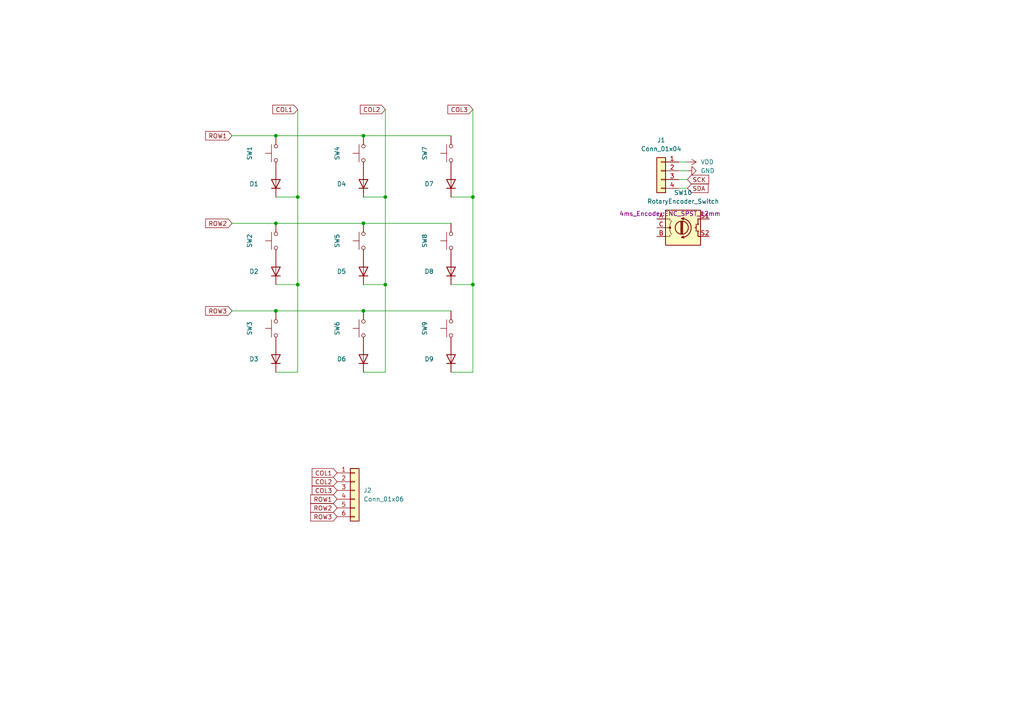
<source format=kicad_sch>
(kicad_sch (version 20211123) (generator eeschema)
  (paper "A4")
  (lib_symbols
    (symbol "Connector_Generic:Conn_01x04" (pin_names (offset 1.016) hide)
      (property "Reference" "J" (at 0 5.08 0))
      (property "Value" "Conn_01x04" (at 0 -7.62 0))
      (symbol "Conn_01x04_1_1"
        (rectangle (start -1.27 -4.953) (end 0 -5.207) (stroke (width 0.1524)))
        (rectangle (start -1.27 -2.413) (end 0 -2.667) (stroke (width 0.1524)))
        (rectangle (start -1.27 0.127) (end 0 -0.127) (stroke (width 0.1524)))
        (rectangle (start -1.27 2.667) (end 0 2.413) (stroke (width 0.1524)))
        (rectangle (start -1.27 3.81) (end 1.27 -6.35) (stroke (width 0.254)) (fill (type background)))
        (pin passive line (at -5.08 2.54 0) (length 3.81) (name "Pin_1") (number "1"))
        (pin passive line (at -5.08 0 0) (length 3.81) (name "Pin_2") (number "2"))
        (pin passive line (at -5.08 -2.54 0) (length 3.81) (name "Pin_3") (number "3"))
        (pin passive line (at -5.08 -5.08 0) (length 3.81) (name "Pin_4") (number "4"))
      )
    )
    (symbol "Connector_Generic:Conn_01x06" (pin_names (offset 1.016) hide)
      (property "Reference" "J" (at 0 7.62 0))
      (property "Value" "Conn_01x06" (at 0 -10.16 0))
      (symbol "Conn_01x06_1_1"
        (rectangle (start -1.27 -7.493) (end 0 -7.747) (stroke (width 0.1524)))
        (rectangle (start -1.27 -4.953) (end 0 -5.207) (stroke (width 0.1524)))
        (rectangle (start -1.27 -2.413) (end 0 -2.667) (stroke (width 0.1524)))
        (rectangle (start -1.27 0.127) (end 0 -0.127) (stroke (width 0.1524)))
        (rectangle (start -1.27 2.667) (end 0 2.413) (stroke (width 0.1524)))
        (rectangle (start -1.27 5.207) (end 0 4.953) (stroke (width 0.1524)))
        (rectangle (start -1.27 6.35) (end 1.27 -8.89) (stroke (width 0.254)) (fill (type background)))
        (pin passive line (at -5.08 5.08 0) (length 3.81) (name "Pin_1") (number "1"))
        (pin passive line (at -5.08 2.54 0) (length 3.81) (name "Pin_2") (number "2"))
        (pin passive line (at -5.08 0 0) (length 3.81) (name "Pin_3") (number "3"))
        (pin passive line (at -5.08 -2.54 0) (length 3.81) (name "Pin_4") (number "4"))
        (pin passive line (at -5.08 -5.08 0) (length 3.81) (name "Pin_5") (number "5"))
        (pin passive line (at -5.08 -7.62 0) (length 3.81) (name "Pin_6") (number "6"))
      )
    )
    (symbol "Device:D" (pin_numbers hide) (pin_names (offset 1.016) hide)
      (property "Reference" "D" (at 0 2.54 0))
      (property "Value" "D" (at 0 -2.54 0))
      (symbol "D_0_1"
        (polyline (pts (xy -1.27 1.27) (xy -1.27 -1.27)) (stroke (width 0.254)))
        (polyline (pts (xy 1.27 0) (xy -1.27 0)))
        (polyline (pts (xy 1.27 1.27) (xy 1.27 -1.27) (xy -1.27 0) (xy 1.27 1.27)) (stroke (width 0.254)))
      )
      (symbol "D_1_1"
        (pin passive line (at -3.81 0 0) (length 2.54) (name "K") (number "1"))
        (pin passive line (at 3.81 0 180) (length 2.54) (name "A") (number "2"))
      )
    )
    (symbol "Device:RotaryEncoder_Switch" (pin_names (offset 0.254) hide)
      (property "Reference" "SW" (at 0 6.604 0))
      (property "Value" "RotaryEncoder_Switch" (at 0 -6.604 0))
      (symbol "RotaryEncoder_Switch_0_1"
        (rectangle (start -5.08 5.08) (end 5.08 -5.08) (stroke (width 0.254)) (fill (type background)))
        (circle (center -3.81 0) (radius 0.254) (fill (type outline)))
        (arc (start -0.381 -2.794) (mid 2.3622 -0.0508) (end -0.381 2.667) (stroke (width 0.254)))
        (circle (center -0.381 0) (radius 1.905) (stroke (width 0.254)))
        (polyline (pts (xy -0.635 -1.778) (xy -0.635 1.778)) (stroke (width 0.254)))
        (polyline (pts (xy -0.381 -1.778) (xy -0.381 1.778)) (stroke (width 0.254)))
        (polyline (pts (xy -0.127 1.778) (xy -0.127 -1.778)) (stroke (width 0.254)))
        (polyline (pts (xy 3.81 0) (xy 3.429 0)) (stroke (width 0.254)))
        (polyline (pts (xy 3.81 1.016) (xy 3.81 -1.016)) (stroke (width 0.254)))
        (polyline (pts (xy -5.08 -2.54) (xy -3.81 -2.54) (xy -3.81 -2.032)))
        (polyline (pts (xy -5.08 2.54) (xy -3.81 2.54) (xy -3.81 2.032)))
        (polyline (pts (xy 0.254 -3.048) (xy -0.508 -2.794) (xy 0.127 -2.413)) (stroke (width 0.254)))
        (polyline (pts (xy 0.254 2.921) (xy -0.508 2.667) (xy 0.127 2.286)) (stroke (width 0.254)))
        (polyline (pts (xy 5.08 -2.54) (xy 4.318 -2.54) (xy 4.318 -1.016)) (stroke (width 0.254)))
        (polyline (pts (xy 5.08 2.54) (xy 4.318 2.54) (xy 4.318 1.016)) (stroke (width 0.254)))
        (polyline (pts (xy -5.08 0) (xy -3.81 0) (xy -3.81 -1.016) (xy -3.302 -2.032)))
        (polyline (pts (xy -4.318 0) (xy -3.81 0) (xy -3.81 1.016) (xy -3.302 2.032)))
        (circle (center 4.318 -1.016) (radius 0.127) (stroke (width 0.254)))
        (circle (center 4.318 1.016) (radius 0.127) (stroke (width 0.254)))
      )
      (symbol "RotaryEncoder_Switch_1_1"
        (pin passive line (at -7.62 2.54 0) (length 2.54) (name "A") (number "A"))
        (pin passive line (at -7.62 -2.54 0) (length 2.54) (name "B") (number "B"))
        (pin passive line (at -7.62 0 0) (length 2.54) (name "C") (number "C"))
        (pin passive line (at 7.62 2.54 180) (length 2.54) (name "S1") (number "S1"))
        (pin passive line (at 7.62 -2.54 180) (length 2.54) (name "S2") (number "S2"))
      )
    )
    (symbol "Switch:SW_Push" (pin_numbers hide) (pin_names (offset 1.016) hide)
      (property "Reference" "SW" (at 1.27 2.54 0))
      (property "Value" "SW_Push" (at 0 -1.524 0))
      (symbol "SW_Push_0_1"
        (circle (center -2.032 0) (radius 0.508))
        (polyline (pts (xy 0 1.27) (xy 0 3.048)))
        (polyline (pts (xy 2.54 1.27) (xy -2.54 1.27)))
        (circle (center 2.032 0) (radius 0.508))
        (pin passive line (at -5.08 0 0) (length 2.54) (name "1") (number "1"))
        (pin passive line (at 5.08 0 180) (length 2.54) (name "2") (number "2"))
      )
    )
    (symbol "power:GND" (power) (pin_names (offset 0))
      (property "Value" "GND" (at 0 -3.81 0))
      (symbol "GND_0_1"
        (polyline (pts (xy 0 0) (xy 0 -1.27) (xy 1.27 -1.27) (xy 0 -2.54) (xy -1.27 -1.27) (xy 0 -1.27)))
      )
      (symbol "GND_1_1"
        (pin power_in line (at 0 0 270) (length 0) hide (name "GND") (number "1"))
      )
    )
    (symbol "power:VDD" (power) (pin_names (offset 0))
      (property "Value" "VDD" (at 0 3.81 0))
      (symbol "VDD_0_1"
        (polyline (pts (xy -0.762 1.27) (xy 0 2.54)))
        (polyline (pts (xy 0 0) (xy 0 2.54)))
        (polyline (pts (xy 0 2.54) (xy 0.762 1.27)))
      )
      (symbol "VDD_1_1"
        (pin power_in line (at 0 0 90) (length 0) hide (name "VDD") (number "1"))
      )
    )
  )
  (junction (at 137.16 82.55))
  (junction (at 86.36 57.15))
  (junction (at 111.76 57.15))
  (junction (at 80.01 64.77))
  (junction (at 80.01 39.37))
  (junction (at 137.16 57.15))
  (junction (at 111.76 82.55))
  (junction (at 80.01 90.17))
  (junction (at 105.41 64.77))
  (junction (at 86.36 82.55))
  (junction (at 105.41 39.37))
  (junction (at 105.41 90.17))
  (wire (pts (xy 105.41 64.77) (xy 130.81 64.77)))
  (wire (pts (xy 105.41 39.37) (xy 130.81 39.37)))
  (wire (pts (xy 111.76 82.55) (xy 111.76 107.95)))
  (wire (pts (xy 105.41 82.55) (xy 111.76 82.55)))
  (wire (pts (xy 137.16 57.15) (xy 137.16 82.55)))
  (wire (pts (xy 196.85 46.99) (xy 199.39 46.99)))
  (wire (pts (xy 196.85 52.07) (xy 199.39 52.07)))
  (wire (pts (xy 80.01 39.37) (xy 105.41 39.37)))
  (wire (pts (xy 86.36 107.95) (xy 80.01 107.95)))
  (wire (pts (xy 80.01 64.77) (xy 105.41 64.77)))
  (wire (pts (xy 86.36 31.75) (xy 86.36 57.15)))
  (wire (pts (xy 86.36 57.15) (xy 86.36 82.55)))
  (wire (pts (xy 130.81 107.95) (xy 137.16 107.95)))
  (wire (pts (xy 86.36 82.55) (xy 86.36 107.95)))
  (wire (pts (xy 105.41 57.15) (xy 111.76 57.15)))
  (wire (pts (xy 137.16 31.75) (xy 137.16 57.15)))
  (wire (pts (xy 196.85 54.61) (xy 199.39 54.61)))
  (wire (pts (xy 130.81 82.55) (xy 137.16 82.55)))
  (wire (pts (xy 137.16 82.55) (xy 137.16 107.95)))
  (wire (pts (xy 80.01 90.17) (xy 105.41 90.17)))
  (wire (pts (xy 105.41 107.95) (xy 111.76 107.95)))
  (wire (pts (xy 80.01 57.15) (xy 86.36 57.15)))
  (wire (pts (xy 130.81 57.15) (xy 137.16 57.15)))
  (wire (pts (xy 111.76 31.75) (xy 111.76 57.15)))
  (wire (pts (xy 111.76 57.15) (xy 111.76 82.55)))
  (wire (pts (xy 105.41 90.17) (xy 130.81 90.17)))
  (wire (pts (xy 67.31 90.17) (xy 80.01 90.17)))
  (wire (pts (xy 67.31 39.37) (xy 80.01 39.37)))
  (wire (pts (xy 80.01 82.55) (xy 86.36 82.55)))
  (wire (pts (xy 196.85 49.53) (xy 199.39 49.53)))
  (wire (pts (xy 67.31 64.77) (xy 80.01 64.77)))
  (global_label "SDA" (shape input) (at 199.39 54.61 0) (property "Intersheet References" "${INTERSHEET_REFS}" (effects hide)))
  (global_label "COL2" (shape input) (at 97.79 139.7 180) (property "Intersheet References" "${INTERSHEET_REFS}" (effects hide)))
  (global_label "ROW2" (shape input) (at 67.31 64.77 180) (property "Intersheet References" "${INTERSHEET_REFS}" (effects hide)))
  (global_label "ROW1" (shape input) (at 67.31 39.37 180) (property "Intersheet References" "${INTERSHEET_REFS}" (effects hide)))
  (global_label "COL1" (shape input) (at 86.36 31.75 180) (property "Intersheet References" "${INTERSHEET_REFS}" (effects hide)))
  (global_label "COL3" (shape input) (at 137.16 31.75 180) (property "Intersheet References" "${INTERSHEET_REFS}" (effects hide)))
  (global_label "COL3" (shape input) (at 97.79 142.24 180) (property "Intersheet References" "${INTERSHEET_REFS}" (effects hide)))
  (global_label "COL1" (shape input) (at 97.79 137.16 180) (property "Intersheet References" "${INTERSHEET_REFS}" (effects hide)))
  (global_label "SCK" (shape input) (at 199.39 52.07 0) (property "Intersheet References" "${INTERSHEET_REFS}" (effects hide)))
  (global_label "ROW2" (shape input) (at 97.79 147.32 180) (property "Intersheet References" "${INTERSHEET_REFS}" (effects hide)))
  (global_label "ROW3" (shape input) (at 67.31 90.17 180) (property "Intersheet References" "${INTERSHEET_REFS}" (effects hide)))
  (global_label "ROW1" (shape input) (at 97.79 144.78 180) (property "Intersheet References" "${INTERSHEET_REFS}" (effects hide)))
  (global_label "ROW3" (shape input) (at 97.79 149.86 180) (property "Intersheet References" "${INTERSHEET_REFS}" (effects hide)))
  (global_label "COL2" (shape input) (at 111.76 31.75 180) (property "Intersheet References" "${INTERSHEET_REFS}" (effects hide)))
  (symbol (lib_id "Switch:SW_Push") (at 105.41 95.25 90) (mirror x) (unit 1)
    (property "Reference" "SW6" (at 97.79 95.25 0))
    (property "Value" "SW_Push" (effects hide))
    (property "Footprint" "Switch_Keyboard_Hotswap_Kailh:SW_Hotswap_Kailh_MX" (effects hide))
  )
  (symbol (lib_id "Device:RotaryEncoder_Switch") (at 198.12 66.04 0) (unit 1)
    (property "Reference" "SW10" (at 198.12 55.88 0))
    (property "Value" "RotaryEncoder_Switch" (at 198.12 58.42 0))
    (property "Footprint" "4ms_Encoder:ENC_SPST_12mm" (at 194.31 61.976 0))
  )
  (symbol (lib_id "Device:D") (at 105.41 104.14 270) (mirror x) (unit 1)
    (property "Reference" "D6" (at 99.06 104.14 90))
    (property "Value" "D" (effects hide))
    (property "Footprint" "Diode_THT:D_DO-41_SOD81_P10.16mm_Horizontal" (effects hide))
  )
  (symbol (lib_id "Switch:SW_Push") (at 130.81 95.25 90) (mirror x) (unit 1)
    (property "Reference" "SW9" (at 123.19 95.25 0))
    (property "Value" "SW_Push" (effects hide))
    (property "Footprint" "Switch_Keyboard_Hotswap_Kailh:SW_Hotswap_Kailh_MX" (effects hide))
  )
  (symbol (lib_id "Device:D") (at 130.81 53.34 270) (mirror x) (unit 1)
    (property "Reference" "D7" (at 124.46 53.34 90))
    (property "Value" "D" (effects hide))
    (property "Footprint" "Diode_THT:D_DO-41_SOD81_P10.16mm_Horizontal" (effects hide))
  )
  (symbol (lib_id "Device:D") (at 130.81 104.14 270) (mirror x) (unit 1)
    (property "Reference" "D9" (at 124.46 104.14 90))
    (property "Value" "D" (effects hide))
    (property "Footprint" "Diode_THT:D_DO-41_SOD81_P10.16mm_Horizontal" (effects hide))
  )
  (symbol (lib_id "Device:D") (at 130.81 78.74 270) (mirror x) (unit 1)
    (property "Reference" "D8" (at 124.46 78.74 90))
    (property "Value" "D" (effects hide))
    (property "Footprint" "Diode_THT:D_DO-41_SOD81_P10.16mm_Horizontal" (effects hide))
  )
  (symbol (lib_id "Device:D") (at 80.01 78.74 270) (mirror x) (unit 1)
    (property "Reference" "D2" (at 73.66 78.74 90))
    (property "Value" "D" (effects hide))
    (property "Footprint" "Diode_THT:D_DO-41_SOD81_P10.16mm_Horizontal" (effects hide))
  )
  (symbol (lib_id "Switch:SW_Push") (at 105.41 69.85 90) (mirror x) (unit 1)
    (property "Reference" "SW5" (at 97.79 69.85 0))
    (property "Value" "SW_Push" (effects hide))
    (property "Footprint" "Switch_Keyboard_Hotswap_Kailh:SW_Hotswap_Kailh_MX" (effects hide))
  )
  (symbol (lib_id "Device:D") (at 105.41 78.74 270) (mirror x) (unit 1)
    (property "Reference" "D5" (at 99.06 78.74 90))
    (property "Value" "D" (effects hide))
    (property "Footprint" "Diode_THT:D_DO-41_SOD81_P10.16mm_Horizontal" (effects hide))
  )
  (symbol (lib_id "Connector_Generic:Conn_01x04") (at 191.77 49.53 0) (mirror y) (unit 1)
    (property "Reference" "J1" (at 191.77 40.64 0))
    (property "Value" "Conn_01x04" (at 191.77 43.18 0))
    (property "Footprint" "nn_lib:I2C_1.3inch_OLED" (effects hide))
  )
  (symbol (lib_id "Switch:SW_Push") (at 130.81 69.85 90) (mirror x) (unit 1)
    (property "Reference" "SW8" (at 123.19 69.85 0))
    (property "Value" "SW_Push" (effects hide))
    (property "Footprint" "Switch_Keyboard_Hotswap_Kailh:SW_Hotswap_Kailh_MX" (effects hide))
  )
  (symbol (lib_id "Switch:SW_Push") (at 80.01 69.85 90) (mirror x) (unit 1)
    (property "Reference" "SW2" (at 72.39 69.85 0))
    (property "Value" "SW_Push" (effects hide))
    (property "Footprint" "Switch_Keyboard_Hotswap_Kailh:SW_Hotswap_Kailh_MX" (effects hide))
  )
  (symbol (lib_id "Device:D") (at 105.41 53.34 270) (mirror x) (unit 1)
    (property "Reference" "D4" (at 99.06 53.34 90))
    (property "Value" "D" (effects hide))
    (property "Footprint" "Diode_THT:D_DO-41_SOD81_P10.16mm_Horizontal" (effects hide))
  )
  (symbol (lib_id "Switch:SW_Push") (at 80.01 95.25 90) (mirror x) (unit 1)
    (property "Reference" "SW3" (at 72.39 95.25 0))
    (property "Value" "SW_Push" (effects hide))
    (property "Footprint" "Switch_Keyboard_Hotswap_Kailh:SW_Hotswap_Kailh_MX" (effects hide))
  )
  (symbol (lib_id "Switch:SW_Push") (at 105.41 44.45 90) (mirror x) (unit 1)
    (property "Reference" "SW4" (at 97.79 44.45 0))
    (property "Value" "SW_Push" (effects hide))
    (property "Footprint" "Switch_Keyboard_Hotswap_Kailh:SW_Hotswap_Kailh_MX" (effects hide))
  )
  (symbol (lib_id "Device:D") (at 80.01 104.14 270) (mirror x) (unit 1)
    (property "Reference" "D3" (at 73.66 104.14 90))
    (property "Value" "D" (effects hide))
    (property "Footprint" "Diode_THT:D_DO-41_SOD81_P10.16mm_Horizontal" (effects hide))
  )
  (symbol (lib_id "Switch:SW_Push") (at 130.81 44.45 90) (mirror x) (unit 1)
    (property "Reference" "SW7" (at 123.19 44.45 0))
    (property "Value" "SW_Push" (effects hide))
    (property "Footprint" "Switch_Keyboard_Hotswap_Kailh:SW_Hotswap_Kailh_MX" (effects hide))
  )
  (symbol (lib_id "power:VDD") (at 199.39 46.99 270) (unit 1)
    (property "Reference" "#PWR0102" (effects hide))
    (property "Value" "VDD" (at 203.2 46.9899 90) (effects (justify left)))
  )
  (symbol (lib_id "Switch:SW_Push") (at 80.01 44.45 90) (mirror x) (unit 1)
    (property "Reference" "SW1" (at 72.39 44.45 0))
    (property "Value" "SW_Push" (effects hide))
    (property "Footprint" "Switch_Keyboard_Hotswap_Kailh:SW_Hotswap_Kailh_MX" (effects hide))
  )
  (symbol (lib_id "Connector_Generic:Conn_01x06") (at 102.87 142.24 0) (unit 1)
    (property "Reference" "J2" (at 105.41 142.2399 0) (effects (justify left)))
    (property "Value" "Conn_01x06" (at 105.41 144.7799 0) (effects (justify left)))
    (property "Footprint" "Connector_PinHeader_2.54mm:PinHeader_1x06_P2.54mm_Horizontal" (effects hide))
  )
  (symbol (lib_id "Device:D") (at 80.01 53.34 270) (mirror x) (unit 1)
    (property "Reference" "D1" (at 73.66 53.34 90))
    (property "Value" "D" (effects hide))
    (property "Footprint" "Diode_THT:D_DO-41_SOD81_P10.16mm_Horizontal" (effects hide))
  )
  (symbol (lib_id "power:GND") (at 199.39 49.53 90) (unit 1)
    (property "Reference" "#PWR0101" (effects hide))
    (property "Value" "GND" (at 203.2 49.5299 90) (effects (justify right)))
  )
)
</source>
